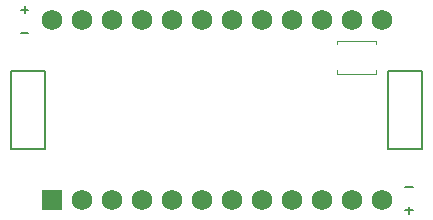
<source format=gbr>
%TF.GenerationSoftware,KiCad,Pcbnew,(6.0.6)*%
%TF.CreationDate,2022-10-25T19:30:22+11:00*%
%TF.ProjectId,battpack-double-ended,62617474-7061-4636-9b2d-646f75626c65,v1.0.0*%
%TF.SameCoordinates,Original*%
%TF.FileFunction,Legend,Top*%
%TF.FilePolarity,Positive*%
%FSLAX46Y46*%
G04 Gerber Fmt 4.6, Leading zero omitted, Abs format (unit mm)*
G04 Created by KiCad (PCBNEW (6.0.6)) date 2022-10-25 19:30:22*
%MOMM*%
%LPD*%
G01*
G04 APERTURE LIST*
%ADD10C,0.150000*%
%ADD11C,0.120000*%
%ADD12C,1.752600*%
%ADD13R,1.752600X1.752600*%
G04 APERTURE END LIST*
D10*
%TO.C,PAD4*%
X79838131Y-56550035D02*
X80447654Y-56550035D01*
%TO.C,PAD3*%
X79838131Y-58550035D02*
X80447654Y-58550035D01*
X80142893Y-58854797D02*
X80142893Y-58245273D01*
X47295238Y-41557142D02*
X47904761Y-41557142D01*
X47600000Y-41861904D02*
X47600000Y-41252380D01*
%TO.C,*%
%TO.C,PAD4*%
X47295238Y-43557142D02*
X47904761Y-43557142D01*
D11*
%TO.C,B1*%
X77376187Y-44200000D02*
X77376187Y-44500000D01*
X74076187Y-46700000D02*
X74076187Y-47000000D01*
X74076187Y-47000000D02*
X77376187Y-47000000D01*
X77376187Y-47000000D02*
X77376187Y-46700000D01*
X74076187Y-44200000D02*
X77376187Y-44200000D01*
X74076187Y-44500000D02*
X74076187Y-44200000D01*
D10*
%TO.C,T2*%
X81237500Y-50100000D02*
X81237500Y-46800000D01*
X78387500Y-53400000D02*
X81237500Y-53400000D01*
X81237500Y-46800000D02*
X78387500Y-46800000D01*
X78387500Y-46800000D02*
X78387500Y-53400000D01*
X81237500Y-50100000D02*
X81237500Y-53400000D01*
X81237500Y-52050000D02*
X81237500Y-48150000D01*
X46467752Y-50050000D02*
X46467752Y-53350000D01*
X49317752Y-46750000D02*
X46467752Y-46750000D01*
X46467752Y-53350000D02*
X49317752Y-53350000D01*
X49317752Y-53350000D02*
X49317752Y-46750000D01*
X46467752Y-50050000D02*
X46467752Y-46750000D01*
X46467752Y-48100000D02*
X46467752Y-52000000D01*
%TD*%
D12*
%TO.C,*%
X49880000Y-42480000D03*
X52420000Y-42480000D03*
X54960000Y-42480000D03*
X57500000Y-42480000D03*
X60040000Y-42480000D03*
X62580000Y-42480000D03*
X65120000Y-42480000D03*
X67660000Y-42480000D03*
X70200000Y-42480000D03*
X72740000Y-42480000D03*
X75280000Y-42480000D03*
X77820000Y-42480000D03*
X77820000Y-57720000D03*
X75280000Y-57720000D03*
X72740000Y-57720000D03*
X70200000Y-57720000D03*
X67660000Y-57720000D03*
X65120000Y-57720000D03*
X62580000Y-57720000D03*
X60040000Y-57720000D03*
X57500000Y-57720000D03*
X54960000Y-57720000D03*
X52420000Y-57720000D03*
D13*
X49880000Y-57720000D03*
%TD*%
M02*

</source>
